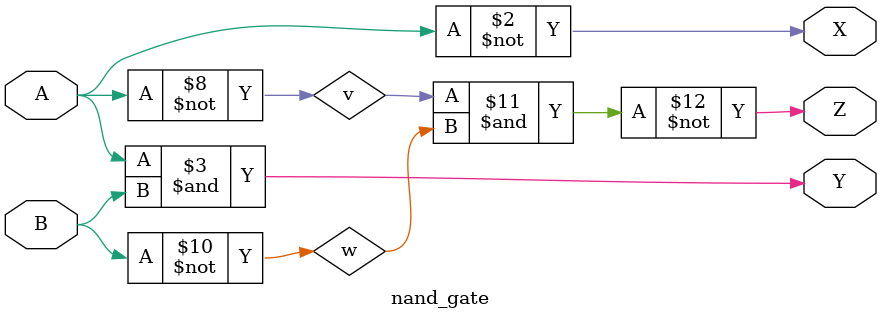
<source format=v>
module nand_gate(
    input A,
    input B,
    output X,Y,Z
);
wire u,v,w;

assign X = ~(A & A); //Not gate using NAND

assign u = ~(A & B); //AND gate using NAND
assign Y = ~(u & u);

assign v = ~(A & A); //OR gate using NAND
assign w = ~(B & B);
assign Z = ~(v & w);

endmodule
</source>
